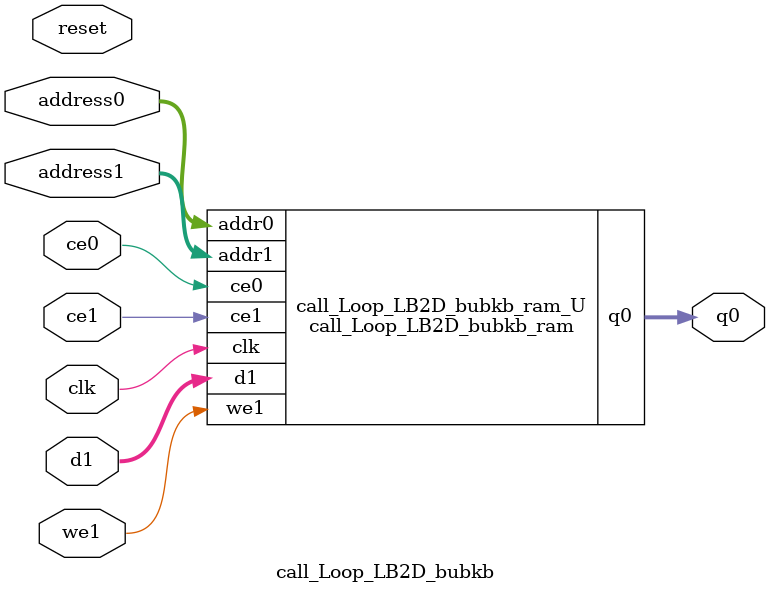
<source format=v>

`timescale 1 ns / 1 ps
module call_Loop_LB2D_bubkb_ram (addr0, ce0, q0, addr1, ce1, d1, we1,  clk);

parameter DWIDTH = 32;
parameter AWIDTH = 11;
parameter MEM_SIZE = 1920;

input[AWIDTH-1:0] addr0;
input ce0;
output reg[DWIDTH-1:0] q0;
input[AWIDTH-1:0] addr1;
input ce1;
input[DWIDTH-1:0] d1;
input we1;
input clk;

(* ram_style = "block" *)reg [DWIDTH-1:0] ram[0:MEM_SIZE-1];




always @(posedge clk)  
begin 
    if (ce0) 
    begin
            q0 <= ram[addr0];
    end
end


always @(posedge clk)  
begin 
    if (ce1) 
    begin
        if (we1) 
        begin 
            ram[addr1] <= d1; 
        end 
    end
end


endmodule


`timescale 1 ns / 1 ps
module call_Loop_LB2D_bubkb(
    reset,
    clk,
    address0,
    ce0,
    q0,
    address1,
    ce1,
    we1,
    d1);

parameter DataWidth = 32'd32;
parameter AddressRange = 32'd1920;
parameter AddressWidth = 32'd11;
input reset;
input clk;
input[AddressWidth - 1:0] address0;
input ce0;
output[DataWidth - 1:0] q0;
input[AddressWidth - 1:0] address1;
input ce1;
input we1;
input[DataWidth - 1:0] d1;



call_Loop_LB2D_bubkb_ram call_Loop_LB2D_bubkb_ram_U(
    .clk( clk ),
    .addr0( address0 ),
    .ce0( ce0 ),
    .q0( q0 ),
    .addr1( address1 ),
    .ce1( ce1 ),
    .d1( d1 ),
    .we1( we1 ));

endmodule


</source>
